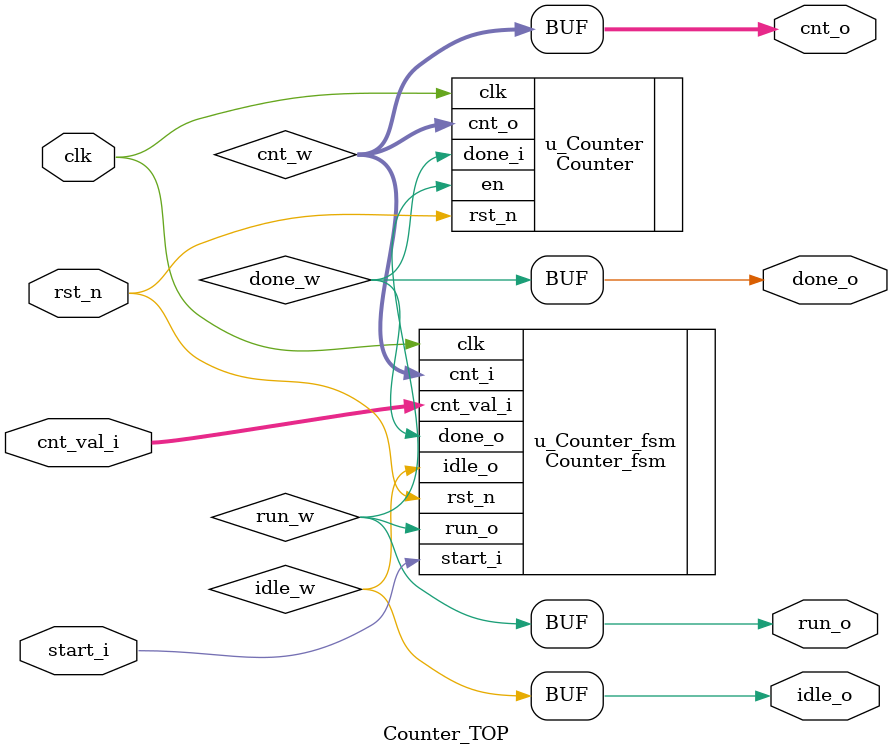
<source format=v>
module Counter_TOP #(
    parameter CNT_WIDTH = 7
    )
    (
    input clk,
    input rst_n,
    
    input start_i,
    input [CNT_WIDTH-1:0] cnt_val_i,
    
    output [CNT_WIDTH-1:0] cnt_o,
    output idle_o,
    output run_o,
    output done_o
    );

    // link counter - counter_fsm
    wire idle_w, run_w, done_w;
    wire [CNT_WIDTH-1:0] cnt_w;

    // Counter inst
    Counter #(
        .CNT_WIDTH ( CNT_WIDTH )
    )u_Counter(
        .clk       ( clk            ),
        .rst_n    ( rst_n          ),  // reset when reset or done
        .done_i  ( done_w      ),
        .en       ( run_w         ),  // count start when fsm state is RUN
        .cnt_o   ( cnt_w         )   
    );
    
    // fsm inst
    Counter_fsm #(
        .CNT_WIDTH ( CNT_WIDTH )
    )u_Counter_fsm(
        .clk          ( clk       ),
        .rst_n       ( rst_n     ),
        .start_i      ( start_i   ),
        .cnt_val_i   ( cnt_val_i ),
        .cnt_i        ( cnt_w   ),
        .idle_o      ( idle_w  ),
        .run_o      ( run_w   ),
        .done_o    ( done_w  )
    );

    // output logic
    assign idle_o = idle_w;
    assign run_o = run_w;
    assign done_o = done_w;
    assign cnt_o = cnt_w;

endmodule
</source>
